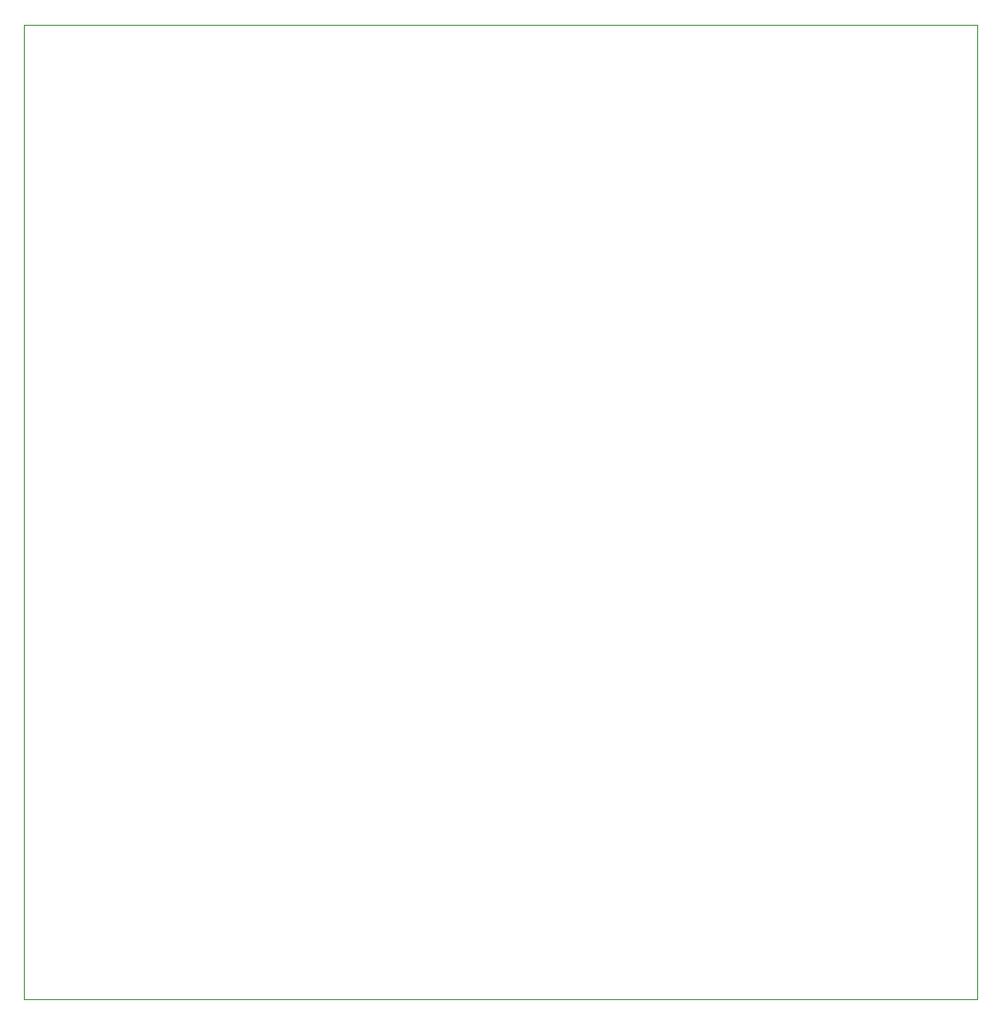
<source format=gbr>
%TF.GenerationSoftware,KiCad,Pcbnew,9.0.4*%
%TF.CreationDate,2025-11-05T17:19:51+05:30*%
%TF.ProjectId,BikeSSv3,42696b65-5353-4763-932e-6b696361645f,rev?*%
%TF.SameCoordinates,Original*%
%TF.FileFunction,Profile,NP*%
%FSLAX46Y46*%
G04 Gerber Fmt 4.6, Leading zero omitted, Abs format (unit mm)*
G04 Created by KiCad (PCBNEW 9.0.4) date 2025-11-05 17:19:51*
%MOMM*%
%LPD*%
G01*
G04 APERTURE LIST*
%TA.AperFunction,Profile*%
%ADD10C,0.050000*%
%TD*%
G04 APERTURE END LIST*
D10*
X189980000Y-70205000D02*
X277880000Y-70205000D01*
X277880000Y-160000000D01*
X189980000Y-160000000D01*
X189980000Y-70205000D01*
M02*

</source>
